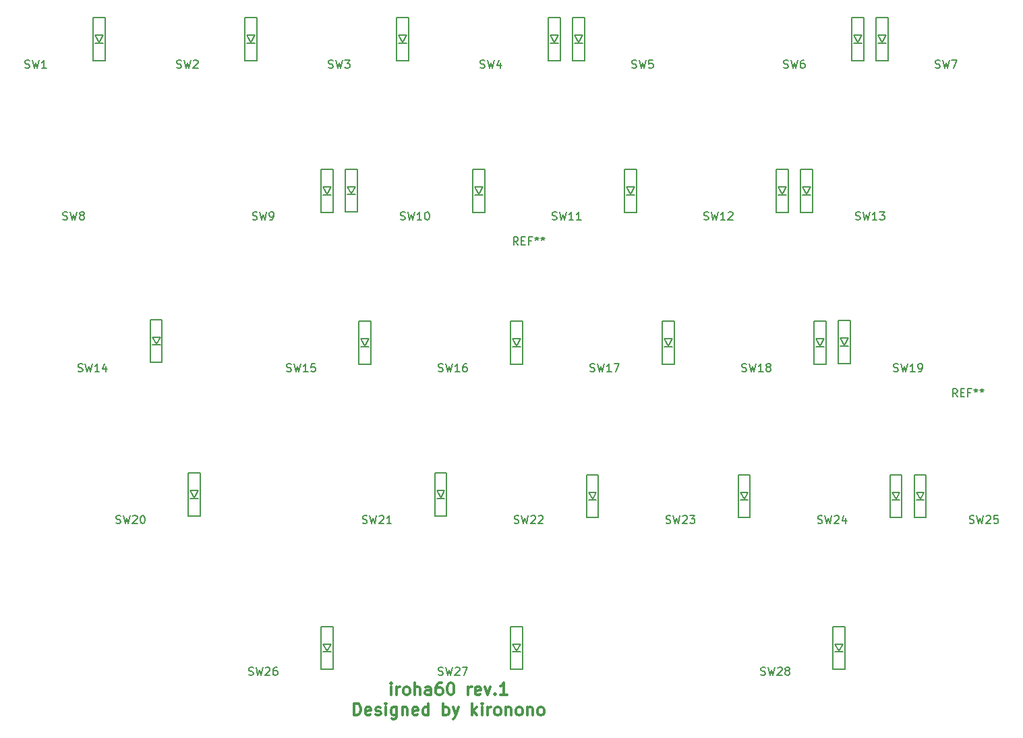
<source format=gto>
G04 #@! TF.GenerationSoftware,KiCad,Pcbnew,(5.1.5-0-10_14)*
G04 #@! TF.CreationDate,2020-07-25T11:58:14+09:00*
G04 #@! TF.ProjectId,iroha60-left,69726f68-6136-4302-9d6c-6566742e6b69,rev?*
G04 #@! TF.SameCoordinates,Original*
G04 #@! TF.FileFunction,Legend,Top*
G04 #@! TF.FilePolarity,Positive*
%FSLAX46Y46*%
G04 Gerber Fmt 4.6, Leading zero omitted, Abs format (unit mm)*
G04 Created by KiCad (PCBNEW (5.1.5-0-10_14)) date 2020-07-25 11:58:14*
%MOMM*%
%LPD*%
G04 APERTURE LIST*
%ADD10C,0.300000*%
%ADD11C,0.150000*%
G04 APERTURE END LIST*
D10*
X73828750Y-110233571D02*
X73828750Y-109233571D01*
X73828750Y-108733571D02*
X73757321Y-108805000D01*
X73828750Y-108876428D01*
X73900178Y-108805000D01*
X73828750Y-108733571D01*
X73828750Y-108876428D01*
X74543035Y-110233571D02*
X74543035Y-109233571D01*
X74543035Y-109519285D02*
X74614464Y-109376428D01*
X74685892Y-109305000D01*
X74828750Y-109233571D01*
X74971607Y-109233571D01*
X75685892Y-110233571D02*
X75543035Y-110162142D01*
X75471607Y-110090714D01*
X75400178Y-109947857D01*
X75400178Y-109519285D01*
X75471607Y-109376428D01*
X75543035Y-109305000D01*
X75685892Y-109233571D01*
X75900178Y-109233571D01*
X76043035Y-109305000D01*
X76114464Y-109376428D01*
X76185892Y-109519285D01*
X76185892Y-109947857D01*
X76114464Y-110090714D01*
X76043035Y-110162142D01*
X75900178Y-110233571D01*
X75685892Y-110233571D01*
X76828750Y-110233571D02*
X76828750Y-108733571D01*
X77471607Y-110233571D02*
X77471607Y-109447857D01*
X77400178Y-109305000D01*
X77257321Y-109233571D01*
X77043035Y-109233571D01*
X76900178Y-109305000D01*
X76828750Y-109376428D01*
X78828750Y-110233571D02*
X78828750Y-109447857D01*
X78757321Y-109305000D01*
X78614464Y-109233571D01*
X78328750Y-109233571D01*
X78185892Y-109305000D01*
X78828750Y-110162142D02*
X78685892Y-110233571D01*
X78328750Y-110233571D01*
X78185892Y-110162142D01*
X78114464Y-110019285D01*
X78114464Y-109876428D01*
X78185892Y-109733571D01*
X78328750Y-109662142D01*
X78685892Y-109662142D01*
X78828750Y-109590714D01*
X80185892Y-108733571D02*
X79900178Y-108733571D01*
X79757321Y-108805000D01*
X79685892Y-108876428D01*
X79543035Y-109090714D01*
X79471607Y-109376428D01*
X79471607Y-109947857D01*
X79543035Y-110090714D01*
X79614464Y-110162142D01*
X79757321Y-110233571D01*
X80043035Y-110233571D01*
X80185892Y-110162142D01*
X80257321Y-110090714D01*
X80328750Y-109947857D01*
X80328750Y-109590714D01*
X80257321Y-109447857D01*
X80185892Y-109376428D01*
X80043035Y-109305000D01*
X79757321Y-109305000D01*
X79614464Y-109376428D01*
X79543035Y-109447857D01*
X79471607Y-109590714D01*
X81257321Y-108733571D02*
X81400178Y-108733571D01*
X81543035Y-108805000D01*
X81614464Y-108876428D01*
X81685892Y-109019285D01*
X81757321Y-109305000D01*
X81757321Y-109662142D01*
X81685892Y-109947857D01*
X81614464Y-110090714D01*
X81543035Y-110162142D01*
X81400178Y-110233571D01*
X81257321Y-110233571D01*
X81114464Y-110162142D01*
X81043035Y-110090714D01*
X80971607Y-109947857D01*
X80900178Y-109662142D01*
X80900178Y-109305000D01*
X80971607Y-109019285D01*
X81043035Y-108876428D01*
X81114464Y-108805000D01*
X81257321Y-108733571D01*
X83543035Y-110233571D02*
X83543035Y-109233571D01*
X83543035Y-109519285D02*
X83614464Y-109376428D01*
X83685892Y-109305000D01*
X83828750Y-109233571D01*
X83971607Y-109233571D01*
X85043035Y-110162142D02*
X84900178Y-110233571D01*
X84614464Y-110233571D01*
X84471607Y-110162142D01*
X84400178Y-110019285D01*
X84400178Y-109447857D01*
X84471607Y-109305000D01*
X84614464Y-109233571D01*
X84900178Y-109233571D01*
X85043035Y-109305000D01*
X85114464Y-109447857D01*
X85114464Y-109590714D01*
X84400178Y-109733571D01*
X85614464Y-109233571D02*
X85971607Y-110233571D01*
X86328750Y-109233571D01*
X86900178Y-110090714D02*
X86971607Y-110162142D01*
X86900178Y-110233571D01*
X86828750Y-110162142D01*
X86900178Y-110090714D01*
X86900178Y-110233571D01*
X88400178Y-110233571D02*
X87543035Y-110233571D01*
X87971607Y-110233571D02*
X87971607Y-108733571D01*
X87828750Y-108947857D01*
X87685892Y-109090714D01*
X87543035Y-109162142D01*
X69185892Y-112783571D02*
X69185892Y-111283571D01*
X69543035Y-111283571D01*
X69757321Y-111355000D01*
X69900178Y-111497857D01*
X69971607Y-111640714D01*
X70043035Y-111926428D01*
X70043035Y-112140714D01*
X69971607Y-112426428D01*
X69900178Y-112569285D01*
X69757321Y-112712142D01*
X69543035Y-112783571D01*
X69185892Y-112783571D01*
X71257321Y-112712142D02*
X71114464Y-112783571D01*
X70828750Y-112783571D01*
X70685892Y-112712142D01*
X70614464Y-112569285D01*
X70614464Y-111997857D01*
X70685892Y-111855000D01*
X70828750Y-111783571D01*
X71114464Y-111783571D01*
X71257321Y-111855000D01*
X71328750Y-111997857D01*
X71328750Y-112140714D01*
X70614464Y-112283571D01*
X71900178Y-112712142D02*
X72043035Y-112783571D01*
X72328750Y-112783571D01*
X72471607Y-112712142D01*
X72543035Y-112569285D01*
X72543035Y-112497857D01*
X72471607Y-112355000D01*
X72328750Y-112283571D01*
X72114464Y-112283571D01*
X71971607Y-112212142D01*
X71900178Y-112069285D01*
X71900178Y-111997857D01*
X71971607Y-111855000D01*
X72114464Y-111783571D01*
X72328750Y-111783571D01*
X72471607Y-111855000D01*
X73185892Y-112783571D02*
X73185892Y-111783571D01*
X73185892Y-111283571D02*
X73114464Y-111355000D01*
X73185892Y-111426428D01*
X73257321Y-111355000D01*
X73185892Y-111283571D01*
X73185892Y-111426428D01*
X74543035Y-111783571D02*
X74543035Y-112997857D01*
X74471607Y-113140714D01*
X74400178Y-113212142D01*
X74257321Y-113283571D01*
X74043035Y-113283571D01*
X73900178Y-113212142D01*
X74543035Y-112712142D02*
X74400178Y-112783571D01*
X74114464Y-112783571D01*
X73971607Y-112712142D01*
X73900178Y-112640714D01*
X73828750Y-112497857D01*
X73828750Y-112069285D01*
X73900178Y-111926428D01*
X73971607Y-111855000D01*
X74114464Y-111783571D01*
X74400178Y-111783571D01*
X74543035Y-111855000D01*
X75257321Y-111783571D02*
X75257321Y-112783571D01*
X75257321Y-111926428D02*
X75328750Y-111855000D01*
X75471607Y-111783571D01*
X75685892Y-111783571D01*
X75828750Y-111855000D01*
X75900178Y-111997857D01*
X75900178Y-112783571D01*
X77185892Y-112712142D02*
X77043035Y-112783571D01*
X76757321Y-112783571D01*
X76614464Y-112712142D01*
X76543035Y-112569285D01*
X76543035Y-111997857D01*
X76614464Y-111855000D01*
X76757321Y-111783571D01*
X77043035Y-111783571D01*
X77185892Y-111855000D01*
X77257321Y-111997857D01*
X77257321Y-112140714D01*
X76543035Y-112283571D01*
X78543035Y-112783571D02*
X78543035Y-111283571D01*
X78543035Y-112712142D02*
X78400178Y-112783571D01*
X78114464Y-112783571D01*
X77971607Y-112712142D01*
X77900178Y-112640714D01*
X77828750Y-112497857D01*
X77828750Y-112069285D01*
X77900178Y-111926428D01*
X77971607Y-111855000D01*
X78114464Y-111783571D01*
X78400178Y-111783571D01*
X78543035Y-111855000D01*
X80400178Y-112783571D02*
X80400178Y-111283571D01*
X80400178Y-111855000D02*
X80543035Y-111783571D01*
X80828750Y-111783571D01*
X80971607Y-111855000D01*
X81043035Y-111926428D01*
X81114464Y-112069285D01*
X81114464Y-112497857D01*
X81043035Y-112640714D01*
X80971607Y-112712142D01*
X80828750Y-112783571D01*
X80543035Y-112783571D01*
X80400178Y-112712142D01*
X81614464Y-111783571D02*
X81971607Y-112783571D01*
X82328750Y-111783571D02*
X81971607Y-112783571D01*
X81828750Y-113140714D01*
X81757321Y-113212142D01*
X81614464Y-113283571D01*
X84043035Y-112783571D02*
X84043035Y-111283571D01*
X84185892Y-112212142D02*
X84614464Y-112783571D01*
X84614464Y-111783571D02*
X84043035Y-112355000D01*
X85257321Y-112783571D02*
X85257321Y-111783571D01*
X85257321Y-111283571D02*
X85185892Y-111355000D01*
X85257321Y-111426428D01*
X85328750Y-111355000D01*
X85257321Y-111283571D01*
X85257321Y-111426428D01*
X85971607Y-112783571D02*
X85971607Y-111783571D01*
X85971607Y-112069285D02*
X86043035Y-111926428D01*
X86114464Y-111855000D01*
X86257321Y-111783571D01*
X86400178Y-111783571D01*
X87114464Y-112783571D02*
X86971607Y-112712142D01*
X86900178Y-112640714D01*
X86828750Y-112497857D01*
X86828750Y-112069285D01*
X86900178Y-111926428D01*
X86971607Y-111855000D01*
X87114464Y-111783571D01*
X87328750Y-111783571D01*
X87471607Y-111855000D01*
X87543035Y-111926428D01*
X87614464Y-112069285D01*
X87614464Y-112497857D01*
X87543035Y-112640714D01*
X87471607Y-112712142D01*
X87328750Y-112783571D01*
X87114464Y-112783571D01*
X88257321Y-111783571D02*
X88257321Y-112783571D01*
X88257321Y-111926428D02*
X88328750Y-111855000D01*
X88471607Y-111783571D01*
X88685892Y-111783571D01*
X88828750Y-111855000D01*
X88900178Y-111997857D01*
X88900178Y-112783571D01*
X89828750Y-112783571D02*
X89685892Y-112712142D01*
X89614464Y-112640714D01*
X89543035Y-112497857D01*
X89543035Y-112069285D01*
X89614464Y-111926428D01*
X89685892Y-111855000D01*
X89828750Y-111783571D01*
X90043035Y-111783571D01*
X90185892Y-111855000D01*
X90257321Y-111926428D01*
X90328750Y-112069285D01*
X90328750Y-112497857D01*
X90257321Y-112640714D01*
X90185892Y-112712142D01*
X90043035Y-112783571D01*
X89828750Y-112783571D01*
X90971607Y-111783571D02*
X90971607Y-112783571D01*
X90971607Y-111926428D02*
X91043035Y-111855000D01*
X91185892Y-111783571D01*
X91400178Y-111783571D01*
X91543035Y-111855000D01*
X91614464Y-111997857D01*
X91614464Y-112783571D01*
X92543035Y-112783571D02*
X92400178Y-112712142D01*
X92328750Y-112640714D01*
X92257321Y-112497857D01*
X92257321Y-112069285D01*
X92328750Y-111926428D01*
X92400178Y-111855000D01*
X92543035Y-111783571D01*
X92757321Y-111783571D01*
X92900178Y-111855000D01*
X92971607Y-111926428D01*
X93043035Y-112069285D01*
X93043035Y-112497857D01*
X92971607Y-112640714D01*
X92900178Y-112712142D01*
X92757321Y-112783571D01*
X92543035Y-112783571D01*
D11*
X37960000Y-25240000D02*
X36460000Y-25240000D01*
X37960000Y-30640000D02*
X37960000Y-25240000D01*
X36460000Y-30640000D02*
X37960000Y-30640000D01*
X36460000Y-25240000D02*
X36460000Y-30640000D01*
X36710000Y-28440000D02*
X37710000Y-28440000D01*
X37710000Y-27440000D02*
X37210000Y-28340000D01*
X36710000Y-27440000D02*
X37710000Y-27440000D01*
X37210000Y-28340000D02*
X36710000Y-27440000D01*
X56960000Y-25240000D02*
X55460000Y-25240000D01*
X56960000Y-30640000D02*
X56960000Y-25240000D01*
X55460000Y-30640000D02*
X56960000Y-30640000D01*
X55460000Y-25240000D02*
X55460000Y-30640000D01*
X55710000Y-28440000D02*
X56710000Y-28440000D01*
X56710000Y-27440000D02*
X56210000Y-28340000D01*
X55710000Y-27440000D02*
X56710000Y-27440000D01*
X56210000Y-28340000D02*
X55710000Y-27440000D01*
X76060000Y-25240000D02*
X74560000Y-25240000D01*
X76060000Y-30640000D02*
X76060000Y-25240000D01*
X74560000Y-30640000D02*
X76060000Y-30640000D01*
X74560000Y-25240000D02*
X74560000Y-30640000D01*
X74810000Y-28440000D02*
X75810000Y-28440000D01*
X75810000Y-27440000D02*
X75310000Y-28340000D01*
X74810000Y-27440000D02*
X75810000Y-27440000D01*
X75310000Y-28340000D02*
X74810000Y-27440000D01*
X95110000Y-25240000D02*
X93610000Y-25240000D01*
X95110000Y-30640000D02*
X95110000Y-25240000D01*
X93610000Y-30640000D02*
X95110000Y-30640000D01*
X93610000Y-25240000D02*
X93610000Y-30640000D01*
X93860000Y-28440000D02*
X94860000Y-28440000D01*
X94860000Y-27440000D02*
X94360000Y-28340000D01*
X93860000Y-27440000D02*
X94860000Y-27440000D01*
X94360000Y-28340000D02*
X93860000Y-27440000D01*
X98160000Y-25240000D02*
X96660000Y-25240000D01*
X98160000Y-30640000D02*
X98160000Y-25240000D01*
X96660000Y-30640000D02*
X98160000Y-30640000D01*
X96660000Y-25240000D02*
X96660000Y-30640000D01*
X96910000Y-28440000D02*
X97910000Y-28440000D01*
X97910000Y-27440000D02*
X97410000Y-28340000D01*
X96910000Y-27440000D02*
X97910000Y-27440000D01*
X97410000Y-28340000D02*
X96910000Y-27440000D01*
X133210000Y-25240000D02*
X131710000Y-25240000D01*
X133210000Y-30640000D02*
X133210000Y-25240000D01*
X131710000Y-30640000D02*
X133210000Y-30640000D01*
X131710000Y-25240000D02*
X131710000Y-30640000D01*
X131960000Y-28440000D02*
X132960000Y-28440000D01*
X132960000Y-27440000D02*
X132460000Y-28340000D01*
X131960000Y-27440000D02*
X132960000Y-27440000D01*
X132460000Y-28340000D02*
X131960000Y-27440000D01*
X136260000Y-25240000D02*
X134760000Y-25240000D01*
X136260000Y-30640000D02*
X136260000Y-25240000D01*
X134760000Y-30640000D02*
X136260000Y-30640000D01*
X134760000Y-25240000D02*
X134760000Y-30640000D01*
X135010000Y-28440000D02*
X136010000Y-28440000D01*
X136010000Y-27440000D02*
X135510000Y-28340000D01*
X135010000Y-27440000D02*
X136010000Y-27440000D01*
X135510000Y-28340000D02*
X135010000Y-27440000D01*
X65785000Y-47390000D02*
X65285000Y-46490000D01*
X65285000Y-46490000D02*
X66285000Y-46490000D01*
X66285000Y-46490000D02*
X65785000Y-47390000D01*
X65285000Y-47490000D02*
X66285000Y-47490000D01*
X65035000Y-44290000D02*
X65035000Y-49690000D01*
X65035000Y-49690000D02*
X66535000Y-49690000D01*
X66535000Y-49690000D02*
X66535000Y-44290000D01*
X66535000Y-44290000D02*
X65035000Y-44290000D01*
X68835000Y-47340000D02*
X68335000Y-46440000D01*
X68335000Y-46440000D02*
X69335000Y-46440000D01*
X69335000Y-46440000D02*
X68835000Y-47340000D01*
X68335000Y-47440000D02*
X69335000Y-47440000D01*
X68085000Y-44240000D02*
X68085000Y-49640000D01*
X68085000Y-49640000D02*
X69585000Y-49640000D01*
X69585000Y-49640000D02*
X69585000Y-44240000D01*
X69585000Y-44240000D02*
X68085000Y-44240000D01*
X84835000Y-47390000D02*
X84335000Y-46490000D01*
X84335000Y-46490000D02*
X85335000Y-46490000D01*
X85335000Y-46490000D02*
X84835000Y-47390000D01*
X84335000Y-47490000D02*
X85335000Y-47490000D01*
X84085000Y-44290000D02*
X84085000Y-49690000D01*
X84085000Y-49690000D02*
X85585000Y-49690000D01*
X85585000Y-49690000D02*
X85585000Y-44290000D01*
X85585000Y-44290000D02*
X84085000Y-44290000D01*
X103885000Y-47390000D02*
X103385000Y-46490000D01*
X103385000Y-46490000D02*
X104385000Y-46490000D01*
X104385000Y-46490000D02*
X103885000Y-47390000D01*
X103385000Y-47490000D02*
X104385000Y-47490000D01*
X103135000Y-44290000D02*
X103135000Y-49690000D01*
X103135000Y-49690000D02*
X104635000Y-49690000D01*
X104635000Y-49690000D02*
X104635000Y-44290000D01*
X104635000Y-44290000D02*
X103135000Y-44290000D01*
X122935000Y-47390000D02*
X122435000Y-46490000D01*
X122435000Y-46490000D02*
X123435000Y-46490000D01*
X123435000Y-46490000D02*
X122935000Y-47390000D01*
X122435000Y-47490000D02*
X123435000Y-47490000D01*
X122185000Y-44290000D02*
X122185000Y-49690000D01*
X122185000Y-49690000D02*
X123685000Y-49690000D01*
X123685000Y-49690000D02*
X123685000Y-44290000D01*
X123685000Y-44290000D02*
X122185000Y-44290000D01*
X125985000Y-47390000D02*
X125485000Y-46490000D01*
X125485000Y-46490000D02*
X126485000Y-46490000D01*
X126485000Y-46490000D02*
X125985000Y-47390000D01*
X125485000Y-47490000D02*
X126485000Y-47490000D01*
X125235000Y-44290000D02*
X125235000Y-49690000D01*
X125235000Y-49690000D02*
X126735000Y-49690000D01*
X126735000Y-49690000D02*
X126735000Y-44290000D01*
X126735000Y-44290000D02*
X125235000Y-44290000D01*
X45103750Y-63115000D02*
X43603750Y-63115000D01*
X45103750Y-68515000D02*
X45103750Y-63115000D01*
X43603750Y-68515000D02*
X45103750Y-68515000D01*
X43603750Y-63115000D02*
X43603750Y-68515000D01*
X43853750Y-66315000D02*
X44853750Y-66315000D01*
X44853750Y-65315000D02*
X44353750Y-66215000D01*
X43853750Y-65315000D02*
X44853750Y-65315000D01*
X44353750Y-66215000D02*
X43853750Y-65315000D01*
X71297500Y-63340000D02*
X69797500Y-63340000D01*
X71297500Y-68740000D02*
X71297500Y-63340000D01*
X69797500Y-68740000D02*
X71297500Y-68740000D01*
X69797500Y-63340000D02*
X69797500Y-68740000D01*
X70047500Y-66540000D02*
X71047500Y-66540000D01*
X71047500Y-65540000D02*
X70547500Y-66440000D01*
X70047500Y-65540000D02*
X71047500Y-65540000D01*
X70547500Y-66440000D02*
X70047500Y-65540000D01*
X89597500Y-66440000D02*
X89097500Y-65540000D01*
X89097500Y-65540000D02*
X90097500Y-65540000D01*
X90097500Y-65540000D02*
X89597500Y-66440000D01*
X89097500Y-66540000D02*
X90097500Y-66540000D01*
X88847500Y-63340000D02*
X88847500Y-68740000D01*
X88847500Y-68740000D02*
X90347500Y-68740000D01*
X90347500Y-68740000D02*
X90347500Y-63340000D01*
X90347500Y-63340000D02*
X88847500Y-63340000D01*
X109397500Y-63340000D02*
X107897500Y-63340000D01*
X109397500Y-68740000D02*
X109397500Y-63340000D01*
X107897500Y-68740000D02*
X109397500Y-68740000D01*
X107897500Y-63340000D02*
X107897500Y-68740000D01*
X108147500Y-66540000D02*
X109147500Y-66540000D01*
X109147500Y-65540000D02*
X108647500Y-66440000D01*
X108147500Y-65540000D02*
X109147500Y-65540000D01*
X108647500Y-66440000D02*
X108147500Y-65540000D01*
X128447500Y-63340000D02*
X126947500Y-63340000D01*
X128447500Y-68740000D02*
X128447500Y-63340000D01*
X126947500Y-68740000D02*
X128447500Y-68740000D01*
X126947500Y-63340000D02*
X126947500Y-68740000D01*
X127197500Y-66540000D02*
X128197500Y-66540000D01*
X128197500Y-65540000D02*
X127697500Y-66440000D01*
X127197500Y-65540000D02*
X128197500Y-65540000D01*
X127697500Y-66440000D02*
X127197500Y-65540000D01*
X131497500Y-63240000D02*
X129997500Y-63240000D01*
X131497500Y-68640000D02*
X131497500Y-63240000D01*
X129997500Y-68640000D02*
X131497500Y-68640000D01*
X129997500Y-63240000D02*
X129997500Y-68640000D01*
X130247500Y-66440000D02*
X131247500Y-66440000D01*
X131247500Y-65440000D02*
X130747500Y-66340000D01*
X130247500Y-65440000D02*
X131247500Y-65440000D01*
X130747500Y-66340000D02*
X130247500Y-65440000D01*
X49866250Y-82390000D02*
X48366250Y-82390000D01*
X49866250Y-87790000D02*
X49866250Y-82390000D01*
X48366250Y-87790000D02*
X49866250Y-87790000D01*
X48366250Y-82390000D02*
X48366250Y-87790000D01*
X48616250Y-85590000D02*
X49616250Y-85590000D01*
X49616250Y-84590000D02*
X49116250Y-85490000D01*
X48616250Y-84590000D02*
X49616250Y-84590000D01*
X49116250Y-85490000D02*
X48616250Y-84590000D01*
X80822500Y-82390000D02*
X79322500Y-82390000D01*
X80822500Y-87790000D02*
X80822500Y-82390000D01*
X79322500Y-87790000D02*
X80822500Y-87790000D01*
X79322500Y-82390000D02*
X79322500Y-87790000D01*
X79572500Y-85590000D02*
X80572500Y-85590000D01*
X80572500Y-84590000D02*
X80072500Y-85490000D01*
X79572500Y-84590000D02*
X80572500Y-84590000D01*
X80072500Y-85490000D02*
X79572500Y-84590000D01*
X99122500Y-85680000D02*
X98622500Y-84780000D01*
X98622500Y-84780000D02*
X99622500Y-84780000D01*
X99622500Y-84780000D02*
X99122500Y-85680000D01*
X98622500Y-85780000D02*
X99622500Y-85780000D01*
X98372500Y-82580000D02*
X98372500Y-87980000D01*
X98372500Y-87980000D02*
X99872500Y-87980000D01*
X99872500Y-87980000D02*
X99872500Y-82580000D01*
X99872500Y-82580000D02*
X98372500Y-82580000D01*
X118172500Y-85680000D02*
X117672500Y-84780000D01*
X117672500Y-84780000D02*
X118672500Y-84780000D01*
X118672500Y-84780000D02*
X118172500Y-85680000D01*
X117672500Y-85780000D02*
X118672500Y-85780000D01*
X117422500Y-82580000D02*
X117422500Y-87980000D01*
X117422500Y-87980000D02*
X118922500Y-87980000D01*
X118922500Y-87980000D02*
X118922500Y-82580000D01*
X118922500Y-82580000D02*
X117422500Y-82580000D01*
X137222500Y-85680000D02*
X136722500Y-84780000D01*
X136722500Y-84780000D02*
X137722500Y-84780000D01*
X137722500Y-84780000D02*
X137222500Y-85680000D01*
X136722500Y-85780000D02*
X137722500Y-85780000D01*
X136472500Y-82580000D02*
X136472500Y-87980000D01*
X136472500Y-87980000D02*
X137972500Y-87980000D01*
X137972500Y-87980000D02*
X137972500Y-82580000D01*
X137972500Y-82580000D02*
X136472500Y-82580000D01*
X140272500Y-85680000D02*
X139772500Y-84780000D01*
X139772500Y-84780000D02*
X140772500Y-84780000D01*
X140772500Y-84780000D02*
X140272500Y-85680000D01*
X139772500Y-85780000D02*
X140772500Y-85780000D01*
X139522500Y-82580000D02*
X139522500Y-87980000D01*
X139522500Y-87980000D02*
X141022500Y-87980000D01*
X141022500Y-87980000D02*
X141022500Y-82580000D01*
X141022500Y-82580000D02*
X139522500Y-82580000D01*
X65785000Y-104730000D02*
X65285000Y-103830000D01*
X65285000Y-103830000D02*
X66285000Y-103830000D01*
X66285000Y-103830000D02*
X65785000Y-104730000D01*
X65285000Y-104830000D02*
X66285000Y-104830000D01*
X65035000Y-101630000D02*
X65035000Y-107030000D01*
X65035000Y-107030000D02*
X66535000Y-107030000D01*
X66535000Y-107030000D02*
X66535000Y-101630000D01*
X66535000Y-101630000D02*
X65035000Y-101630000D01*
X89597500Y-104730000D02*
X89097500Y-103830000D01*
X89097500Y-103830000D02*
X90097500Y-103830000D01*
X90097500Y-103830000D02*
X89597500Y-104730000D01*
X89097500Y-104830000D02*
X90097500Y-104830000D01*
X88847500Y-101630000D02*
X88847500Y-107030000D01*
X88847500Y-107030000D02*
X90347500Y-107030000D01*
X90347500Y-107030000D02*
X90347500Y-101630000D01*
X90347500Y-101630000D02*
X88847500Y-101630000D01*
X130078750Y-104730000D02*
X129578750Y-103830000D01*
X129578750Y-103830000D02*
X130578750Y-103830000D01*
X130578750Y-103830000D02*
X130078750Y-104730000D01*
X129578750Y-104830000D02*
X130578750Y-104830000D01*
X129328750Y-101630000D02*
X129328750Y-107030000D01*
X129328750Y-107030000D02*
X130828750Y-107030000D01*
X130828750Y-107030000D02*
X130828750Y-101630000D01*
X130828750Y-101630000D02*
X129328750Y-101630000D01*
X144939166Y-72817380D02*
X144605833Y-72341190D01*
X144367738Y-72817380D02*
X144367738Y-71817380D01*
X144748690Y-71817380D01*
X144843928Y-71865000D01*
X144891547Y-71912619D01*
X144939166Y-72007857D01*
X144939166Y-72150714D01*
X144891547Y-72245952D01*
X144843928Y-72293571D01*
X144748690Y-72341190D01*
X144367738Y-72341190D01*
X145367738Y-72293571D02*
X145701071Y-72293571D01*
X145843928Y-72817380D02*
X145367738Y-72817380D01*
X145367738Y-71817380D01*
X145843928Y-71817380D01*
X146605833Y-72293571D02*
X146272500Y-72293571D01*
X146272500Y-72817380D02*
X146272500Y-71817380D01*
X146748690Y-71817380D01*
X147272500Y-71817380D02*
X147272500Y-72055476D01*
X147034404Y-71960238D02*
X147272500Y-72055476D01*
X147510595Y-71960238D01*
X147129642Y-72245952D02*
X147272500Y-72055476D01*
X147415357Y-72245952D01*
X148034404Y-71817380D02*
X148034404Y-72055476D01*
X147796309Y-71960238D02*
X148034404Y-72055476D01*
X148272500Y-71960238D01*
X147891547Y-72245952D02*
X148034404Y-72055476D01*
X148177261Y-72245952D01*
X89789166Y-53767380D02*
X89455833Y-53291190D01*
X89217738Y-53767380D02*
X89217738Y-52767380D01*
X89598690Y-52767380D01*
X89693928Y-52815000D01*
X89741547Y-52862619D01*
X89789166Y-52957857D01*
X89789166Y-53100714D01*
X89741547Y-53195952D01*
X89693928Y-53243571D01*
X89598690Y-53291190D01*
X89217738Y-53291190D01*
X90217738Y-53243571D02*
X90551071Y-53243571D01*
X90693928Y-53767380D02*
X90217738Y-53767380D01*
X90217738Y-52767380D01*
X90693928Y-52767380D01*
X91455833Y-53243571D02*
X91122500Y-53243571D01*
X91122500Y-53767380D02*
X91122500Y-52767380D01*
X91598690Y-52767380D01*
X92122500Y-52767380D02*
X92122500Y-53005476D01*
X91884404Y-52910238D02*
X92122500Y-53005476D01*
X92360595Y-52910238D01*
X91979642Y-53195952D02*
X92122500Y-53005476D01*
X92265357Y-53195952D01*
X92884404Y-52767380D02*
X92884404Y-53005476D01*
X92646309Y-52910238D02*
X92884404Y-53005476D01*
X93122500Y-52910238D01*
X92741547Y-53195952D02*
X92884404Y-53005476D01*
X93027261Y-53195952D01*
X27876666Y-31519761D02*
X28019523Y-31567380D01*
X28257619Y-31567380D01*
X28352857Y-31519761D01*
X28400476Y-31472142D01*
X28448095Y-31376904D01*
X28448095Y-31281666D01*
X28400476Y-31186428D01*
X28352857Y-31138809D01*
X28257619Y-31091190D01*
X28067142Y-31043571D01*
X27971904Y-30995952D01*
X27924285Y-30948333D01*
X27876666Y-30853095D01*
X27876666Y-30757857D01*
X27924285Y-30662619D01*
X27971904Y-30615000D01*
X28067142Y-30567380D01*
X28305238Y-30567380D01*
X28448095Y-30615000D01*
X28781428Y-30567380D02*
X29019523Y-31567380D01*
X29210000Y-30853095D01*
X29400476Y-31567380D01*
X29638571Y-30567380D01*
X30543333Y-31567380D02*
X29971904Y-31567380D01*
X30257619Y-31567380D02*
X30257619Y-30567380D01*
X30162380Y-30710238D01*
X30067142Y-30805476D01*
X29971904Y-30853095D01*
X46926666Y-31519761D02*
X47069523Y-31567380D01*
X47307619Y-31567380D01*
X47402857Y-31519761D01*
X47450476Y-31472142D01*
X47498095Y-31376904D01*
X47498095Y-31281666D01*
X47450476Y-31186428D01*
X47402857Y-31138809D01*
X47307619Y-31091190D01*
X47117142Y-31043571D01*
X47021904Y-30995952D01*
X46974285Y-30948333D01*
X46926666Y-30853095D01*
X46926666Y-30757857D01*
X46974285Y-30662619D01*
X47021904Y-30615000D01*
X47117142Y-30567380D01*
X47355238Y-30567380D01*
X47498095Y-30615000D01*
X47831428Y-30567380D02*
X48069523Y-31567380D01*
X48260000Y-30853095D01*
X48450476Y-31567380D01*
X48688571Y-30567380D01*
X49021904Y-30662619D02*
X49069523Y-30615000D01*
X49164761Y-30567380D01*
X49402857Y-30567380D01*
X49498095Y-30615000D01*
X49545714Y-30662619D01*
X49593333Y-30757857D01*
X49593333Y-30853095D01*
X49545714Y-30995952D01*
X48974285Y-31567380D01*
X49593333Y-31567380D01*
X65976666Y-31519761D02*
X66119523Y-31567380D01*
X66357619Y-31567380D01*
X66452857Y-31519761D01*
X66500476Y-31472142D01*
X66548095Y-31376904D01*
X66548095Y-31281666D01*
X66500476Y-31186428D01*
X66452857Y-31138809D01*
X66357619Y-31091190D01*
X66167142Y-31043571D01*
X66071904Y-30995952D01*
X66024285Y-30948333D01*
X65976666Y-30853095D01*
X65976666Y-30757857D01*
X66024285Y-30662619D01*
X66071904Y-30615000D01*
X66167142Y-30567380D01*
X66405238Y-30567380D01*
X66548095Y-30615000D01*
X66881428Y-30567380D02*
X67119523Y-31567380D01*
X67310000Y-30853095D01*
X67500476Y-31567380D01*
X67738571Y-30567380D01*
X68024285Y-30567380D02*
X68643333Y-30567380D01*
X68310000Y-30948333D01*
X68452857Y-30948333D01*
X68548095Y-30995952D01*
X68595714Y-31043571D01*
X68643333Y-31138809D01*
X68643333Y-31376904D01*
X68595714Y-31472142D01*
X68548095Y-31519761D01*
X68452857Y-31567380D01*
X68167142Y-31567380D01*
X68071904Y-31519761D01*
X68024285Y-31472142D01*
X85026666Y-31519761D02*
X85169523Y-31567380D01*
X85407619Y-31567380D01*
X85502857Y-31519761D01*
X85550476Y-31472142D01*
X85598095Y-31376904D01*
X85598095Y-31281666D01*
X85550476Y-31186428D01*
X85502857Y-31138809D01*
X85407619Y-31091190D01*
X85217142Y-31043571D01*
X85121904Y-30995952D01*
X85074285Y-30948333D01*
X85026666Y-30853095D01*
X85026666Y-30757857D01*
X85074285Y-30662619D01*
X85121904Y-30615000D01*
X85217142Y-30567380D01*
X85455238Y-30567380D01*
X85598095Y-30615000D01*
X85931428Y-30567380D02*
X86169523Y-31567380D01*
X86360000Y-30853095D01*
X86550476Y-31567380D01*
X86788571Y-30567380D01*
X87598095Y-30900714D02*
X87598095Y-31567380D01*
X87360000Y-30519761D02*
X87121904Y-31234047D01*
X87740952Y-31234047D01*
X104076666Y-31519761D02*
X104219523Y-31567380D01*
X104457619Y-31567380D01*
X104552857Y-31519761D01*
X104600476Y-31472142D01*
X104648095Y-31376904D01*
X104648095Y-31281666D01*
X104600476Y-31186428D01*
X104552857Y-31138809D01*
X104457619Y-31091190D01*
X104267142Y-31043571D01*
X104171904Y-30995952D01*
X104124285Y-30948333D01*
X104076666Y-30853095D01*
X104076666Y-30757857D01*
X104124285Y-30662619D01*
X104171904Y-30615000D01*
X104267142Y-30567380D01*
X104505238Y-30567380D01*
X104648095Y-30615000D01*
X104981428Y-30567380D02*
X105219523Y-31567380D01*
X105410000Y-30853095D01*
X105600476Y-31567380D01*
X105838571Y-30567380D01*
X106695714Y-30567380D02*
X106219523Y-30567380D01*
X106171904Y-31043571D01*
X106219523Y-30995952D01*
X106314761Y-30948333D01*
X106552857Y-30948333D01*
X106648095Y-30995952D01*
X106695714Y-31043571D01*
X106743333Y-31138809D01*
X106743333Y-31376904D01*
X106695714Y-31472142D01*
X106648095Y-31519761D01*
X106552857Y-31567380D01*
X106314761Y-31567380D01*
X106219523Y-31519761D01*
X106171904Y-31472142D01*
X123126666Y-31519761D02*
X123269523Y-31567380D01*
X123507619Y-31567380D01*
X123602857Y-31519761D01*
X123650476Y-31472142D01*
X123698095Y-31376904D01*
X123698095Y-31281666D01*
X123650476Y-31186428D01*
X123602857Y-31138809D01*
X123507619Y-31091190D01*
X123317142Y-31043571D01*
X123221904Y-30995952D01*
X123174285Y-30948333D01*
X123126666Y-30853095D01*
X123126666Y-30757857D01*
X123174285Y-30662619D01*
X123221904Y-30615000D01*
X123317142Y-30567380D01*
X123555238Y-30567380D01*
X123698095Y-30615000D01*
X124031428Y-30567380D02*
X124269523Y-31567380D01*
X124460000Y-30853095D01*
X124650476Y-31567380D01*
X124888571Y-30567380D01*
X125698095Y-30567380D02*
X125507619Y-30567380D01*
X125412380Y-30615000D01*
X125364761Y-30662619D01*
X125269523Y-30805476D01*
X125221904Y-30995952D01*
X125221904Y-31376904D01*
X125269523Y-31472142D01*
X125317142Y-31519761D01*
X125412380Y-31567380D01*
X125602857Y-31567380D01*
X125698095Y-31519761D01*
X125745714Y-31472142D01*
X125793333Y-31376904D01*
X125793333Y-31138809D01*
X125745714Y-31043571D01*
X125698095Y-30995952D01*
X125602857Y-30948333D01*
X125412380Y-30948333D01*
X125317142Y-30995952D01*
X125269523Y-31043571D01*
X125221904Y-31138809D01*
X142176666Y-31519761D02*
X142319523Y-31567380D01*
X142557619Y-31567380D01*
X142652857Y-31519761D01*
X142700476Y-31472142D01*
X142748095Y-31376904D01*
X142748095Y-31281666D01*
X142700476Y-31186428D01*
X142652857Y-31138809D01*
X142557619Y-31091190D01*
X142367142Y-31043571D01*
X142271904Y-30995952D01*
X142224285Y-30948333D01*
X142176666Y-30853095D01*
X142176666Y-30757857D01*
X142224285Y-30662619D01*
X142271904Y-30615000D01*
X142367142Y-30567380D01*
X142605238Y-30567380D01*
X142748095Y-30615000D01*
X143081428Y-30567380D02*
X143319523Y-31567380D01*
X143510000Y-30853095D01*
X143700476Y-31567380D01*
X143938571Y-30567380D01*
X144224285Y-30567380D02*
X144890952Y-30567380D01*
X144462380Y-31567380D01*
X32639166Y-50569761D02*
X32782023Y-50617380D01*
X33020119Y-50617380D01*
X33115357Y-50569761D01*
X33162976Y-50522142D01*
X33210595Y-50426904D01*
X33210595Y-50331666D01*
X33162976Y-50236428D01*
X33115357Y-50188809D01*
X33020119Y-50141190D01*
X32829642Y-50093571D01*
X32734404Y-50045952D01*
X32686785Y-49998333D01*
X32639166Y-49903095D01*
X32639166Y-49807857D01*
X32686785Y-49712619D01*
X32734404Y-49665000D01*
X32829642Y-49617380D01*
X33067738Y-49617380D01*
X33210595Y-49665000D01*
X33543928Y-49617380D02*
X33782023Y-50617380D01*
X33972500Y-49903095D01*
X34162976Y-50617380D01*
X34401071Y-49617380D01*
X34924880Y-50045952D02*
X34829642Y-49998333D01*
X34782023Y-49950714D01*
X34734404Y-49855476D01*
X34734404Y-49807857D01*
X34782023Y-49712619D01*
X34829642Y-49665000D01*
X34924880Y-49617380D01*
X35115357Y-49617380D01*
X35210595Y-49665000D01*
X35258214Y-49712619D01*
X35305833Y-49807857D01*
X35305833Y-49855476D01*
X35258214Y-49950714D01*
X35210595Y-49998333D01*
X35115357Y-50045952D01*
X34924880Y-50045952D01*
X34829642Y-50093571D01*
X34782023Y-50141190D01*
X34734404Y-50236428D01*
X34734404Y-50426904D01*
X34782023Y-50522142D01*
X34829642Y-50569761D01*
X34924880Y-50617380D01*
X35115357Y-50617380D01*
X35210595Y-50569761D01*
X35258214Y-50522142D01*
X35305833Y-50426904D01*
X35305833Y-50236428D01*
X35258214Y-50141190D01*
X35210595Y-50093571D01*
X35115357Y-50045952D01*
X56451666Y-50569761D02*
X56594523Y-50617380D01*
X56832619Y-50617380D01*
X56927857Y-50569761D01*
X56975476Y-50522142D01*
X57023095Y-50426904D01*
X57023095Y-50331666D01*
X56975476Y-50236428D01*
X56927857Y-50188809D01*
X56832619Y-50141190D01*
X56642142Y-50093571D01*
X56546904Y-50045952D01*
X56499285Y-49998333D01*
X56451666Y-49903095D01*
X56451666Y-49807857D01*
X56499285Y-49712619D01*
X56546904Y-49665000D01*
X56642142Y-49617380D01*
X56880238Y-49617380D01*
X57023095Y-49665000D01*
X57356428Y-49617380D02*
X57594523Y-50617380D01*
X57785000Y-49903095D01*
X57975476Y-50617380D01*
X58213571Y-49617380D01*
X58642142Y-50617380D02*
X58832619Y-50617380D01*
X58927857Y-50569761D01*
X58975476Y-50522142D01*
X59070714Y-50379285D01*
X59118333Y-50188809D01*
X59118333Y-49807857D01*
X59070714Y-49712619D01*
X59023095Y-49665000D01*
X58927857Y-49617380D01*
X58737380Y-49617380D01*
X58642142Y-49665000D01*
X58594523Y-49712619D01*
X58546904Y-49807857D01*
X58546904Y-50045952D01*
X58594523Y-50141190D01*
X58642142Y-50188809D01*
X58737380Y-50236428D01*
X58927857Y-50236428D01*
X59023095Y-50188809D01*
X59070714Y-50141190D01*
X59118333Y-50045952D01*
X75025476Y-50569761D02*
X75168333Y-50617380D01*
X75406428Y-50617380D01*
X75501666Y-50569761D01*
X75549285Y-50522142D01*
X75596904Y-50426904D01*
X75596904Y-50331666D01*
X75549285Y-50236428D01*
X75501666Y-50188809D01*
X75406428Y-50141190D01*
X75215952Y-50093571D01*
X75120714Y-50045952D01*
X75073095Y-49998333D01*
X75025476Y-49903095D01*
X75025476Y-49807857D01*
X75073095Y-49712619D01*
X75120714Y-49665000D01*
X75215952Y-49617380D01*
X75454047Y-49617380D01*
X75596904Y-49665000D01*
X75930238Y-49617380D02*
X76168333Y-50617380D01*
X76358809Y-49903095D01*
X76549285Y-50617380D01*
X76787380Y-49617380D01*
X77692142Y-50617380D02*
X77120714Y-50617380D01*
X77406428Y-50617380D02*
X77406428Y-49617380D01*
X77311190Y-49760238D01*
X77215952Y-49855476D01*
X77120714Y-49903095D01*
X78311190Y-49617380D02*
X78406428Y-49617380D01*
X78501666Y-49665000D01*
X78549285Y-49712619D01*
X78596904Y-49807857D01*
X78644523Y-49998333D01*
X78644523Y-50236428D01*
X78596904Y-50426904D01*
X78549285Y-50522142D01*
X78501666Y-50569761D01*
X78406428Y-50617380D01*
X78311190Y-50617380D01*
X78215952Y-50569761D01*
X78168333Y-50522142D01*
X78120714Y-50426904D01*
X78073095Y-50236428D01*
X78073095Y-49998333D01*
X78120714Y-49807857D01*
X78168333Y-49712619D01*
X78215952Y-49665000D01*
X78311190Y-49617380D01*
X94075476Y-50569761D02*
X94218333Y-50617380D01*
X94456428Y-50617380D01*
X94551666Y-50569761D01*
X94599285Y-50522142D01*
X94646904Y-50426904D01*
X94646904Y-50331666D01*
X94599285Y-50236428D01*
X94551666Y-50188809D01*
X94456428Y-50141190D01*
X94265952Y-50093571D01*
X94170714Y-50045952D01*
X94123095Y-49998333D01*
X94075476Y-49903095D01*
X94075476Y-49807857D01*
X94123095Y-49712619D01*
X94170714Y-49665000D01*
X94265952Y-49617380D01*
X94504047Y-49617380D01*
X94646904Y-49665000D01*
X94980238Y-49617380D02*
X95218333Y-50617380D01*
X95408809Y-49903095D01*
X95599285Y-50617380D01*
X95837380Y-49617380D01*
X96742142Y-50617380D02*
X96170714Y-50617380D01*
X96456428Y-50617380D02*
X96456428Y-49617380D01*
X96361190Y-49760238D01*
X96265952Y-49855476D01*
X96170714Y-49903095D01*
X97694523Y-50617380D02*
X97123095Y-50617380D01*
X97408809Y-50617380D02*
X97408809Y-49617380D01*
X97313571Y-49760238D01*
X97218333Y-49855476D01*
X97123095Y-49903095D01*
X113125476Y-50569761D02*
X113268333Y-50617380D01*
X113506428Y-50617380D01*
X113601666Y-50569761D01*
X113649285Y-50522142D01*
X113696904Y-50426904D01*
X113696904Y-50331666D01*
X113649285Y-50236428D01*
X113601666Y-50188809D01*
X113506428Y-50141190D01*
X113315952Y-50093571D01*
X113220714Y-50045952D01*
X113173095Y-49998333D01*
X113125476Y-49903095D01*
X113125476Y-49807857D01*
X113173095Y-49712619D01*
X113220714Y-49665000D01*
X113315952Y-49617380D01*
X113554047Y-49617380D01*
X113696904Y-49665000D01*
X114030238Y-49617380D02*
X114268333Y-50617380D01*
X114458809Y-49903095D01*
X114649285Y-50617380D01*
X114887380Y-49617380D01*
X115792142Y-50617380D02*
X115220714Y-50617380D01*
X115506428Y-50617380D02*
X115506428Y-49617380D01*
X115411190Y-49760238D01*
X115315952Y-49855476D01*
X115220714Y-49903095D01*
X116173095Y-49712619D02*
X116220714Y-49665000D01*
X116315952Y-49617380D01*
X116554047Y-49617380D01*
X116649285Y-49665000D01*
X116696904Y-49712619D01*
X116744523Y-49807857D01*
X116744523Y-49903095D01*
X116696904Y-50045952D01*
X116125476Y-50617380D01*
X116744523Y-50617380D01*
X132175476Y-50569761D02*
X132318333Y-50617380D01*
X132556428Y-50617380D01*
X132651666Y-50569761D01*
X132699285Y-50522142D01*
X132746904Y-50426904D01*
X132746904Y-50331666D01*
X132699285Y-50236428D01*
X132651666Y-50188809D01*
X132556428Y-50141190D01*
X132365952Y-50093571D01*
X132270714Y-50045952D01*
X132223095Y-49998333D01*
X132175476Y-49903095D01*
X132175476Y-49807857D01*
X132223095Y-49712619D01*
X132270714Y-49665000D01*
X132365952Y-49617380D01*
X132604047Y-49617380D01*
X132746904Y-49665000D01*
X133080238Y-49617380D02*
X133318333Y-50617380D01*
X133508809Y-49903095D01*
X133699285Y-50617380D01*
X133937380Y-49617380D01*
X134842142Y-50617380D02*
X134270714Y-50617380D01*
X134556428Y-50617380D02*
X134556428Y-49617380D01*
X134461190Y-49760238D01*
X134365952Y-49855476D01*
X134270714Y-49903095D01*
X135175476Y-49617380D02*
X135794523Y-49617380D01*
X135461190Y-49998333D01*
X135604047Y-49998333D01*
X135699285Y-50045952D01*
X135746904Y-50093571D01*
X135794523Y-50188809D01*
X135794523Y-50426904D01*
X135746904Y-50522142D01*
X135699285Y-50569761D01*
X135604047Y-50617380D01*
X135318333Y-50617380D01*
X135223095Y-50569761D01*
X135175476Y-50522142D01*
X34544226Y-69619761D02*
X34687083Y-69667380D01*
X34925178Y-69667380D01*
X35020416Y-69619761D01*
X35068035Y-69572142D01*
X35115654Y-69476904D01*
X35115654Y-69381666D01*
X35068035Y-69286428D01*
X35020416Y-69238809D01*
X34925178Y-69191190D01*
X34734702Y-69143571D01*
X34639464Y-69095952D01*
X34591845Y-69048333D01*
X34544226Y-68953095D01*
X34544226Y-68857857D01*
X34591845Y-68762619D01*
X34639464Y-68715000D01*
X34734702Y-68667380D01*
X34972797Y-68667380D01*
X35115654Y-68715000D01*
X35448988Y-68667380D02*
X35687083Y-69667380D01*
X35877559Y-68953095D01*
X36068035Y-69667380D01*
X36306130Y-68667380D01*
X37210892Y-69667380D02*
X36639464Y-69667380D01*
X36925178Y-69667380D02*
X36925178Y-68667380D01*
X36829940Y-68810238D01*
X36734702Y-68905476D01*
X36639464Y-68953095D01*
X38068035Y-69000714D02*
X38068035Y-69667380D01*
X37829940Y-68619761D02*
X37591845Y-69334047D01*
X38210892Y-69334047D01*
X60737976Y-69619761D02*
X60880833Y-69667380D01*
X61118928Y-69667380D01*
X61214166Y-69619761D01*
X61261785Y-69572142D01*
X61309404Y-69476904D01*
X61309404Y-69381666D01*
X61261785Y-69286428D01*
X61214166Y-69238809D01*
X61118928Y-69191190D01*
X60928452Y-69143571D01*
X60833214Y-69095952D01*
X60785595Y-69048333D01*
X60737976Y-68953095D01*
X60737976Y-68857857D01*
X60785595Y-68762619D01*
X60833214Y-68715000D01*
X60928452Y-68667380D01*
X61166547Y-68667380D01*
X61309404Y-68715000D01*
X61642738Y-68667380D02*
X61880833Y-69667380D01*
X62071309Y-68953095D01*
X62261785Y-69667380D01*
X62499880Y-68667380D01*
X63404642Y-69667380D02*
X62833214Y-69667380D01*
X63118928Y-69667380D02*
X63118928Y-68667380D01*
X63023690Y-68810238D01*
X62928452Y-68905476D01*
X62833214Y-68953095D01*
X64309404Y-68667380D02*
X63833214Y-68667380D01*
X63785595Y-69143571D01*
X63833214Y-69095952D01*
X63928452Y-69048333D01*
X64166547Y-69048333D01*
X64261785Y-69095952D01*
X64309404Y-69143571D01*
X64357023Y-69238809D01*
X64357023Y-69476904D01*
X64309404Y-69572142D01*
X64261785Y-69619761D01*
X64166547Y-69667380D01*
X63928452Y-69667380D01*
X63833214Y-69619761D01*
X63785595Y-69572142D01*
X79787976Y-69619761D02*
X79930833Y-69667380D01*
X80168928Y-69667380D01*
X80264166Y-69619761D01*
X80311785Y-69572142D01*
X80359404Y-69476904D01*
X80359404Y-69381666D01*
X80311785Y-69286428D01*
X80264166Y-69238809D01*
X80168928Y-69191190D01*
X79978452Y-69143571D01*
X79883214Y-69095952D01*
X79835595Y-69048333D01*
X79787976Y-68953095D01*
X79787976Y-68857857D01*
X79835595Y-68762619D01*
X79883214Y-68715000D01*
X79978452Y-68667380D01*
X80216547Y-68667380D01*
X80359404Y-68715000D01*
X80692738Y-68667380D02*
X80930833Y-69667380D01*
X81121309Y-68953095D01*
X81311785Y-69667380D01*
X81549880Y-68667380D01*
X82454642Y-69667380D02*
X81883214Y-69667380D01*
X82168928Y-69667380D02*
X82168928Y-68667380D01*
X82073690Y-68810238D01*
X81978452Y-68905476D01*
X81883214Y-68953095D01*
X83311785Y-68667380D02*
X83121309Y-68667380D01*
X83026071Y-68715000D01*
X82978452Y-68762619D01*
X82883214Y-68905476D01*
X82835595Y-69095952D01*
X82835595Y-69476904D01*
X82883214Y-69572142D01*
X82930833Y-69619761D01*
X83026071Y-69667380D01*
X83216547Y-69667380D01*
X83311785Y-69619761D01*
X83359404Y-69572142D01*
X83407023Y-69476904D01*
X83407023Y-69238809D01*
X83359404Y-69143571D01*
X83311785Y-69095952D01*
X83216547Y-69048333D01*
X83026071Y-69048333D01*
X82930833Y-69095952D01*
X82883214Y-69143571D01*
X82835595Y-69238809D01*
X98837976Y-69619761D02*
X98980833Y-69667380D01*
X99218928Y-69667380D01*
X99314166Y-69619761D01*
X99361785Y-69572142D01*
X99409404Y-69476904D01*
X99409404Y-69381666D01*
X99361785Y-69286428D01*
X99314166Y-69238809D01*
X99218928Y-69191190D01*
X99028452Y-69143571D01*
X98933214Y-69095952D01*
X98885595Y-69048333D01*
X98837976Y-68953095D01*
X98837976Y-68857857D01*
X98885595Y-68762619D01*
X98933214Y-68715000D01*
X99028452Y-68667380D01*
X99266547Y-68667380D01*
X99409404Y-68715000D01*
X99742738Y-68667380D02*
X99980833Y-69667380D01*
X100171309Y-68953095D01*
X100361785Y-69667380D01*
X100599880Y-68667380D01*
X101504642Y-69667380D02*
X100933214Y-69667380D01*
X101218928Y-69667380D02*
X101218928Y-68667380D01*
X101123690Y-68810238D01*
X101028452Y-68905476D01*
X100933214Y-68953095D01*
X101837976Y-68667380D02*
X102504642Y-68667380D01*
X102076071Y-69667380D01*
X117887976Y-69619761D02*
X118030833Y-69667380D01*
X118268928Y-69667380D01*
X118364166Y-69619761D01*
X118411785Y-69572142D01*
X118459404Y-69476904D01*
X118459404Y-69381666D01*
X118411785Y-69286428D01*
X118364166Y-69238809D01*
X118268928Y-69191190D01*
X118078452Y-69143571D01*
X117983214Y-69095952D01*
X117935595Y-69048333D01*
X117887976Y-68953095D01*
X117887976Y-68857857D01*
X117935595Y-68762619D01*
X117983214Y-68715000D01*
X118078452Y-68667380D01*
X118316547Y-68667380D01*
X118459404Y-68715000D01*
X118792738Y-68667380D02*
X119030833Y-69667380D01*
X119221309Y-68953095D01*
X119411785Y-69667380D01*
X119649880Y-68667380D01*
X120554642Y-69667380D02*
X119983214Y-69667380D01*
X120268928Y-69667380D02*
X120268928Y-68667380D01*
X120173690Y-68810238D01*
X120078452Y-68905476D01*
X119983214Y-68953095D01*
X121126071Y-69095952D02*
X121030833Y-69048333D01*
X120983214Y-69000714D01*
X120935595Y-68905476D01*
X120935595Y-68857857D01*
X120983214Y-68762619D01*
X121030833Y-68715000D01*
X121126071Y-68667380D01*
X121316547Y-68667380D01*
X121411785Y-68715000D01*
X121459404Y-68762619D01*
X121507023Y-68857857D01*
X121507023Y-68905476D01*
X121459404Y-69000714D01*
X121411785Y-69048333D01*
X121316547Y-69095952D01*
X121126071Y-69095952D01*
X121030833Y-69143571D01*
X120983214Y-69191190D01*
X120935595Y-69286428D01*
X120935595Y-69476904D01*
X120983214Y-69572142D01*
X121030833Y-69619761D01*
X121126071Y-69667380D01*
X121316547Y-69667380D01*
X121411785Y-69619761D01*
X121459404Y-69572142D01*
X121507023Y-69476904D01*
X121507023Y-69286428D01*
X121459404Y-69191190D01*
X121411785Y-69143571D01*
X121316547Y-69095952D01*
X136937976Y-69619761D02*
X137080833Y-69667380D01*
X137318928Y-69667380D01*
X137414166Y-69619761D01*
X137461785Y-69572142D01*
X137509404Y-69476904D01*
X137509404Y-69381666D01*
X137461785Y-69286428D01*
X137414166Y-69238809D01*
X137318928Y-69191190D01*
X137128452Y-69143571D01*
X137033214Y-69095952D01*
X136985595Y-69048333D01*
X136937976Y-68953095D01*
X136937976Y-68857857D01*
X136985595Y-68762619D01*
X137033214Y-68715000D01*
X137128452Y-68667380D01*
X137366547Y-68667380D01*
X137509404Y-68715000D01*
X137842738Y-68667380D02*
X138080833Y-69667380D01*
X138271309Y-68953095D01*
X138461785Y-69667380D01*
X138699880Y-68667380D01*
X139604642Y-69667380D02*
X139033214Y-69667380D01*
X139318928Y-69667380D02*
X139318928Y-68667380D01*
X139223690Y-68810238D01*
X139128452Y-68905476D01*
X139033214Y-68953095D01*
X140080833Y-69667380D02*
X140271309Y-69667380D01*
X140366547Y-69619761D01*
X140414166Y-69572142D01*
X140509404Y-69429285D01*
X140557023Y-69238809D01*
X140557023Y-68857857D01*
X140509404Y-68762619D01*
X140461785Y-68715000D01*
X140366547Y-68667380D01*
X140176071Y-68667380D01*
X140080833Y-68715000D01*
X140033214Y-68762619D01*
X139985595Y-68857857D01*
X139985595Y-69095952D01*
X140033214Y-69191190D01*
X140080833Y-69238809D01*
X140176071Y-69286428D01*
X140366547Y-69286428D01*
X140461785Y-69238809D01*
X140509404Y-69191190D01*
X140557023Y-69095952D01*
X39306726Y-88669761D02*
X39449583Y-88717380D01*
X39687678Y-88717380D01*
X39782916Y-88669761D01*
X39830535Y-88622142D01*
X39878154Y-88526904D01*
X39878154Y-88431666D01*
X39830535Y-88336428D01*
X39782916Y-88288809D01*
X39687678Y-88241190D01*
X39497202Y-88193571D01*
X39401964Y-88145952D01*
X39354345Y-88098333D01*
X39306726Y-88003095D01*
X39306726Y-87907857D01*
X39354345Y-87812619D01*
X39401964Y-87765000D01*
X39497202Y-87717380D01*
X39735297Y-87717380D01*
X39878154Y-87765000D01*
X40211488Y-87717380D02*
X40449583Y-88717380D01*
X40640059Y-88003095D01*
X40830535Y-88717380D01*
X41068630Y-87717380D01*
X41401964Y-87812619D02*
X41449583Y-87765000D01*
X41544821Y-87717380D01*
X41782916Y-87717380D01*
X41878154Y-87765000D01*
X41925773Y-87812619D01*
X41973392Y-87907857D01*
X41973392Y-88003095D01*
X41925773Y-88145952D01*
X41354345Y-88717380D01*
X41973392Y-88717380D01*
X42592440Y-87717380D02*
X42687678Y-87717380D01*
X42782916Y-87765000D01*
X42830535Y-87812619D01*
X42878154Y-87907857D01*
X42925773Y-88098333D01*
X42925773Y-88336428D01*
X42878154Y-88526904D01*
X42830535Y-88622142D01*
X42782916Y-88669761D01*
X42687678Y-88717380D01*
X42592440Y-88717380D01*
X42497202Y-88669761D01*
X42449583Y-88622142D01*
X42401964Y-88526904D01*
X42354345Y-88336428D01*
X42354345Y-88098333D01*
X42401964Y-87907857D01*
X42449583Y-87812619D01*
X42497202Y-87765000D01*
X42592440Y-87717380D01*
X70262976Y-88669761D02*
X70405833Y-88717380D01*
X70643928Y-88717380D01*
X70739166Y-88669761D01*
X70786785Y-88622142D01*
X70834404Y-88526904D01*
X70834404Y-88431666D01*
X70786785Y-88336428D01*
X70739166Y-88288809D01*
X70643928Y-88241190D01*
X70453452Y-88193571D01*
X70358214Y-88145952D01*
X70310595Y-88098333D01*
X70262976Y-88003095D01*
X70262976Y-87907857D01*
X70310595Y-87812619D01*
X70358214Y-87765000D01*
X70453452Y-87717380D01*
X70691547Y-87717380D01*
X70834404Y-87765000D01*
X71167738Y-87717380D02*
X71405833Y-88717380D01*
X71596309Y-88003095D01*
X71786785Y-88717380D01*
X72024880Y-87717380D01*
X72358214Y-87812619D02*
X72405833Y-87765000D01*
X72501071Y-87717380D01*
X72739166Y-87717380D01*
X72834404Y-87765000D01*
X72882023Y-87812619D01*
X72929642Y-87907857D01*
X72929642Y-88003095D01*
X72882023Y-88145952D01*
X72310595Y-88717380D01*
X72929642Y-88717380D01*
X73882023Y-88717380D02*
X73310595Y-88717380D01*
X73596309Y-88717380D02*
X73596309Y-87717380D01*
X73501071Y-87860238D01*
X73405833Y-87955476D01*
X73310595Y-88003095D01*
X89312976Y-88669761D02*
X89455833Y-88717380D01*
X89693928Y-88717380D01*
X89789166Y-88669761D01*
X89836785Y-88622142D01*
X89884404Y-88526904D01*
X89884404Y-88431666D01*
X89836785Y-88336428D01*
X89789166Y-88288809D01*
X89693928Y-88241190D01*
X89503452Y-88193571D01*
X89408214Y-88145952D01*
X89360595Y-88098333D01*
X89312976Y-88003095D01*
X89312976Y-87907857D01*
X89360595Y-87812619D01*
X89408214Y-87765000D01*
X89503452Y-87717380D01*
X89741547Y-87717380D01*
X89884404Y-87765000D01*
X90217738Y-87717380D02*
X90455833Y-88717380D01*
X90646309Y-88003095D01*
X90836785Y-88717380D01*
X91074880Y-87717380D01*
X91408214Y-87812619D02*
X91455833Y-87765000D01*
X91551071Y-87717380D01*
X91789166Y-87717380D01*
X91884404Y-87765000D01*
X91932023Y-87812619D01*
X91979642Y-87907857D01*
X91979642Y-88003095D01*
X91932023Y-88145952D01*
X91360595Y-88717380D01*
X91979642Y-88717380D01*
X92360595Y-87812619D02*
X92408214Y-87765000D01*
X92503452Y-87717380D01*
X92741547Y-87717380D01*
X92836785Y-87765000D01*
X92884404Y-87812619D01*
X92932023Y-87907857D01*
X92932023Y-88003095D01*
X92884404Y-88145952D01*
X92312976Y-88717380D01*
X92932023Y-88717380D01*
X108362976Y-88669761D02*
X108505833Y-88717380D01*
X108743928Y-88717380D01*
X108839166Y-88669761D01*
X108886785Y-88622142D01*
X108934404Y-88526904D01*
X108934404Y-88431666D01*
X108886785Y-88336428D01*
X108839166Y-88288809D01*
X108743928Y-88241190D01*
X108553452Y-88193571D01*
X108458214Y-88145952D01*
X108410595Y-88098333D01*
X108362976Y-88003095D01*
X108362976Y-87907857D01*
X108410595Y-87812619D01*
X108458214Y-87765000D01*
X108553452Y-87717380D01*
X108791547Y-87717380D01*
X108934404Y-87765000D01*
X109267738Y-87717380D02*
X109505833Y-88717380D01*
X109696309Y-88003095D01*
X109886785Y-88717380D01*
X110124880Y-87717380D01*
X110458214Y-87812619D02*
X110505833Y-87765000D01*
X110601071Y-87717380D01*
X110839166Y-87717380D01*
X110934404Y-87765000D01*
X110982023Y-87812619D01*
X111029642Y-87907857D01*
X111029642Y-88003095D01*
X110982023Y-88145952D01*
X110410595Y-88717380D01*
X111029642Y-88717380D01*
X111362976Y-87717380D02*
X111982023Y-87717380D01*
X111648690Y-88098333D01*
X111791547Y-88098333D01*
X111886785Y-88145952D01*
X111934404Y-88193571D01*
X111982023Y-88288809D01*
X111982023Y-88526904D01*
X111934404Y-88622142D01*
X111886785Y-88669761D01*
X111791547Y-88717380D01*
X111505833Y-88717380D01*
X111410595Y-88669761D01*
X111362976Y-88622142D01*
X127412976Y-88669761D02*
X127555833Y-88717380D01*
X127793928Y-88717380D01*
X127889166Y-88669761D01*
X127936785Y-88622142D01*
X127984404Y-88526904D01*
X127984404Y-88431666D01*
X127936785Y-88336428D01*
X127889166Y-88288809D01*
X127793928Y-88241190D01*
X127603452Y-88193571D01*
X127508214Y-88145952D01*
X127460595Y-88098333D01*
X127412976Y-88003095D01*
X127412976Y-87907857D01*
X127460595Y-87812619D01*
X127508214Y-87765000D01*
X127603452Y-87717380D01*
X127841547Y-87717380D01*
X127984404Y-87765000D01*
X128317738Y-87717380D02*
X128555833Y-88717380D01*
X128746309Y-88003095D01*
X128936785Y-88717380D01*
X129174880Y-87717380D01*
X129508214Y-87812619D02*
X129555833Y-87765000D01*
X129651071Y-87717380D01*
X129889166Y-87717380D01*
X129984404Y-87765000D01*
X130032023Y-87812619D01*
X130079642Y-87907857D01*
X130079642Y-88003095D01*
X130032023Y-88145952D01*
X129460595Y-88717380D01*
X130079642Y-88717380D01*
X130936785Y-88050714D02*
X130936785Y-88717380D01*
X130698690Y-87669761D02*
X130460595Y-88384047D01*
X131079642Y-88384047D01*
X146462976Y-88669761D02*
X146605833Y-88717380D01*
X146843928Y-88717380D01*
X146939166Y-88669761D01*
X146986785Y-88622142D01*
X147034404Y-88526904D01*
X147034404Y-88431666D01*
X146986785Y-88336428D01*
X146939166Y-88288809D01*
X146843928Y-88241190D01*
X146653452Y-88193571D01*
X146558214Y-88145952D01*
X146510595Y-88098333D01*
X146462976Y-88003095D01*
X146462976Y-87907857D01*
X146510595Y-87812619D01*
X146558214Y-87765000D01*
X146653452Y-87717380D01*
X146891547Y-87717380D01*
X147034404Y-87765000D01*
X147367738Y-87717380D02*
X147605833Y-88717380D01*
X147796309Y-88003095D01*
X147986785Y-88717380D01*
X148224880Y-87717380D01*
X148558214Y-87812619D02*
X148605833Y-87765000D01*
X148701071Y-87717380D01*
X148939166Y-87717380D01*
X149034404Y-87765000D01*
X149082023Y-87812619D01*
X149129642Y-87907857D01*
X149129642Y-88003095D01*
X149082023Y-88145952D01*
X148510595Y-88717380D01*
X149129642Y-88717380D01*
X150034404Y-87717380D02*
X149558214Y-87717380D01*
X149510595Y-88193571D01*
X149558214Y-88145952D01*
X149653452Y-88098333D01*
X149891547Y-88098333D01*
X149986785Y-88145952D01*
X150034404Y-88193571D01*
X150082023Y-88288809D01*
X150082023Y-88526904D01*
X150034404Y-88622142D01*
X149986785Y-88669761D01*
X149891547Y-88717380D01*
X149653452Y-88717380D01*
X149558214Y-88669761D01*
X149510595Y-88622142D01*
X55975476Y-107719761D02*
X56118333Y-107767380D01*
X56356428Y-107767380D01*
X56451666Y-107719761D01*
X56499285Y-107672142D01*
X56546904Y-107576904D01*
X56546904Y-107481666D01*
X56499285Y-107386428D01*
X56451666Y-107338809D01*
X56356428Y-107291190D01*
X56165952Y-107243571D01*
X56070714Y-107195952D01*
X56023095Y-107148333D01*
X55975476Y-107053095D01*
X55975476Y-106957857D01*
X56023095Y-106862619D01*
X56070714Y-106815000D01*
X56165952Y-106767380D01*
X56404047Y-106767380D01*
X56546904Y-106815000D01*
X56880238Y-106767380D02*
X57118333Y-107767380D01*
X57308809Y-107053095D01*
X57499285Y-107767380D01*
X57737380Y-106767380D01*
X58070714Y-106862619D02*
X58118333Y-106815000D01*
X58213571Y-106767380D01*
X58451666Y-106767380D01*
X58546904Y-106815000D01*
X58594523Y-106862619D01*
X58642142Y-106957857D01*
X58642142Y-107053095D01*
X58594523Y-107195952D01*
X58023095Y-107767380D01*
X58642142Y-107767380D01*
X59499285Y-106767380D02*
X59308809Y-106767380D01*
X59213571Y-106815000D01*
X59165952Y-106862619D01*
X59070714Y-107005476D01*
X59023095Y-107195952D01*
X59023095Y-107576904D01*
X59070714Y-107672142D01*
X59118333Y-107719761D01*
X59213571Y-107767380D01*
X59404047Y-107767380D01*
X59499285Y-107719761D01*
X59546904Y-107672142D01*
X59594523Y-107576904D01*
X59594523Y-107338809D01*
X59546904Y-107243571D01*
X59499285Y-107195952D01*
X59404047Y-107148333D01*
X59213571Y-107148333D01*
X59118333Y-107195952D01*
X59070714Y-107243571D01*
X59023095Y-107338809D01*
X120269226Y-107719761D02*
X120412083Y-107767380D01*
X120650178Y-107767380D01*
X120745416Y-107719761D01*
X120793035Y-107672142D01*
X120840654Y-107576904D01*
X120840654Y-107481666D01*
X120793035Y-107386428D01*
X120745416Y-107338809D01*
X120650178Y-107291190D01*
X120459702Y-107243571D01*
X120364464Y-107195952D01*
X120316845Y-107148333D01*
X120269226Y-107053095D01*
X120269226Y-106957857D01*
X120316845Y-106862619D01*
X120364464Y-106815000D01*
X120459702Y-106767380D01*
X120697797Y-106767380D01*
X120840654Y-106815000D01*
X121173988Y-106767380D02*
X121412083Y-107767380D01*
X121602559Y-107053095D01*
X121793035Y-107767380D01*
X122031130Y-106767380D01*
X122364464Y-106862619D02*
X122412083Y-106815000D01*
X122507321Y-106767380D01*
X122745416Y-106767380D01*
X122840654Y-106815000D01*
X122888273Y-106862619D01*
X122935892Y-106957857D01*
X122935892Y-107053095D01*
X122888273Y-107195952D01*
X122316845Y-107767380D01*
X122935892Y-107767380D01*
X123507321Y-107195952D02*
X123412083Y-107148333D01*
X123364464Y-107100714D01*
X123316845Y-107005476D01*
X123316845Y-106957857D01*
X123364464Y-106862619D01*
X123412083Y-106815000D01*
X123507321Y-106767380D01*
X123697797Y-106767380D01*
X123793035Y-106815000D01*
X123840654Y-106862619D01*
X123888273Y-106957857D01*
X123888273Y-107005476D01*
X123840654Y-107100714D01*
X123793035Y-107148333D01*
X123697797Y-107195952D01*
X123507321Y-107195952D01*
X123412083Y-107243571D01*
X123364464Y-107291190D01*
X123316845Y-107386428D01*
X123316845Y-107576904D01*
X123364464Y-107672142D01*
X123412083Y-107719761D01*
X123507321Y-107767380D01*
X123697797Y-107767380D01*
X123793035Y-107719761D01*
X123840654Y-107672142D01*
X123888273Y-107576904D01*
X123888273Y-107386428D01*
X123840654Y-107291190D01*
X123793035Y-107243571D01*
X123697797Y-107195952D01*
X79787976Y-107719761D02*
X79930833Y-107767380D01*
X80168928Y-107767380D01*
X80264166Y-107719761D01*
X80311785Y-107672142D01*
X80359404Y-107576904D01*
X80359404Y-107481666D01*
X80311785Y-107386428D01*
X80264166Y-107338809D01*
X80168928Y-107291190D01*
X79978452Y-107243571D01*
X79883214Y-107195952D01*
X79835595Y-107148333D01*
X79787976Y-107053095D01*
X79787976Y-106957857D01*
X79835595Y-106862619D01*
X79883214Y-106815000D01*
X79978452Y-106767380D01*
X80216547Y-106767380D01*
X80359404Y-106815000D01*
X80692738Y-106767380D02*
X80930833Y-107767380D01*
X81121309Y-107053095D01*
X81311785Y-107767380D01*
X81549880Y-106767380D01*
X81883214Y-106862619D02*
X81930833Y-106815000D01*
X82026071Y-106767380D01*
X82264166Y-106767380D01*
X82359404Y-106815000D01*
X82407023Y-106862619D01*
X82454642Y-106957857D01*
X82454642Y-107053095D01*
X82407023Y-107195952D01*
X81835595Y-107767380D01*
X82454642Y-107767380D01*
X82787976Y-106767380D02*
X83454642Y-106767380D01*
X83026071Y-107767380D01*
M02*

</source>
